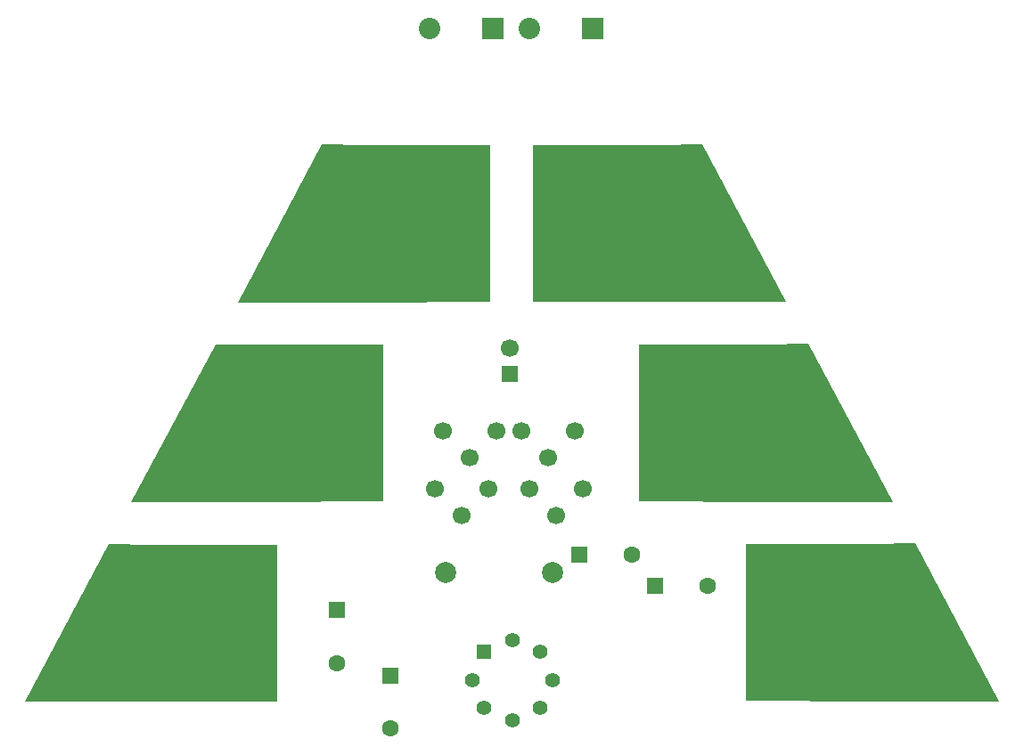
<source format=gts>
G04 #@! TF.FileFunction,Soldermask,Top*
%FSLAX46Y46*%
G04 Gerber Fmt 4.6, Leading zero omitted, Abs format (unit mm)*
G04 Created by KiCad (PCBNEW (2015-11-24 BZR 6329)-product) date Sat 12 Dec 2015 04:54:09 PM EST*
%MOMM*%
G01*
G04 APERTURE LIST*
%ADD10C,0.100000*%
%ADD11R,2.032000X2.032000*%
%ADD12O,2.032000X2.032000*%
%ADD13R,1.600000X1.600000*%
%ADD14C,1.600000*%
%ADD15C,1.700000*%
%ADD16C,1.998980*%
%ADD17R,1.397000X1.397000*%
%ADD18C,1.397000*%
%ADD19R,15.000000X15.000000*%
G04 APERTURE END LIST*
D10*
D11*
X113500000Y-48000000D03*
D12*
X107500000Y-48000000D03*
D11*
X123000000Y-48000000D03*
D12*
X117000000Y-48000000D03*
D13*
X128970000Y-100980000D03*
D14*
X133970000Y-100980000D03*
D13*
X121760000Y-98070000D03*
D14*
X126760000Y-98070000D03*
D13*
X103790000Y-109570000D03*
D14*
X103790000Y-114570000D03*
D13*
X98680000Y-103320000D03*
D14*
X98680000Y-108320000D03*
D13*
X115090000Y-80870000D03*
D15*
X115090000Y-78370000D03*
D16*
X119182500Y-99707500D03*
X109022500Y-99707500D03*
D17*
X112685500Y-107290500D03*
D18*
X111542500Y-109957500D03*
X112685500Y-112624500D03*
X115352500Y-113767500D03*
X118019500Y-112624500D03*
X119162500Y-109957500D03*
X118019500Y-107290500D03*
X115352500Y-106147500D03*
D15*
X119562500Y-94322500D03*
X117022500Y-91782500D03*
X122102500Y-91782500D03*
X110562500Y-94322500D03*
X108022500Y-91782500D03*
X113102500Y-91782500D03*
X118812500Y-88822500D03*
X116272500Y-86282500D03*
X121352500Y-86282500D03*
X111312500Y-88822500D03*
X108772500Y-86282500D03*
X113852500Y-86282500D03*
D10*
G36*
X89290000Y-74030000D02*
X97290000Y-59030000D01*
X99290000Y-59030000D01*
X107290000Y-74030000D01*
X89290000Y-74030000D01*
X89290000Y-74030000D01*
G37*
D19*
X105790000Y-66530000D03*
D10*
G36*
X123400000Y-74020000D02*
X131400000Y-59020000D01*
X133400000Y-59020000D01*
X141400000Y-74020000D01*
X123400000Y-74020000D01*
X123400000Y-74020000D01*
G37*
D19*
X124800000Y-66520000D03*
D10*
G36*
X133500000Y-93000000D02*
X141500000Y-78000000D01*
X143500000Y-78000000D01*
X151500000Y-93000000D01*
X133500000Y-93000000D01*
X133500000Y-93000000D01*
G37*
D19*
X134900000Y-85500000D03*
D10*
G36*
X143630000Y-111970000D02*
X151630000Y-96970000D01*
X153630000Y-96970000D01*
X161630000Y-111970000D01*
X143630000Y-111970000D01*
X143630000Y-111970000D01*
G37*
D19*
X145030000Y-104470000D03*
D10*
G36*
X79180000Y-93030000D02*
X87180000Y-78030000D01*
X89180000Y-78030000D01*
X97180000Y-93030000D01*
X79180000Y-93030000D01*
X79180000Y-93030000D01*
G37*
D19*
X95680000Y-85530000D03*
D10*
G36*
X69070000Y-112030000D02*
X77070000Y-97030000D01*
X79070000Y-97030000D01*
X87070000Y-112030000D01*
X69070000Y-112030000D01*
X69070000Y-112030000D01*
G37*
D19*
X85570000Y-104530000D03*
M02*

</source>
